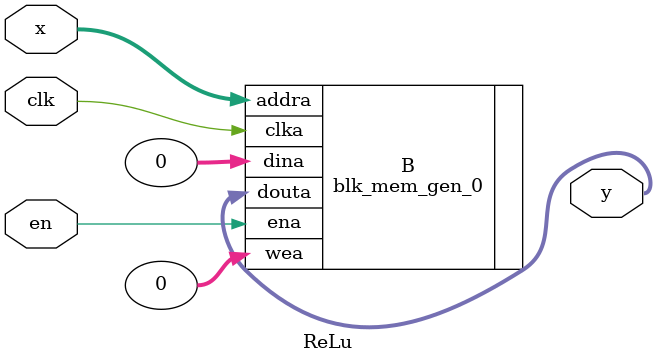
<source format=v>
`timescale 1ns / 1ps


module ReLu(clk,y,x,en

    );
    input [7:0]x;
    input clk,en;
    output [7:0]y;
    
    blk_mem_gen_0 B(.addra(x),.clka(clk),.dina(0),.douta(y),.ena(en),.wea(0));
endmodule

</source>
